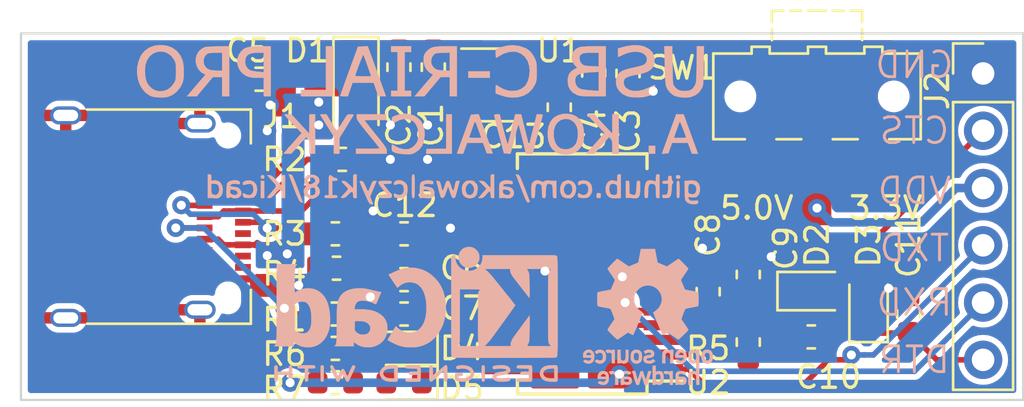
<source format=kicad_pcb>
(kicad_pcb (version 20171130) (host pcbnew "(5.1.0)-1")
  (layers (0 F.Cu signal) (31 B.Cu signal) (34 B.Paste user) (35 F.Paste user) (36 B.SilkS user) (37 F.SilkS user) (38 B.Mask user) (39 F.Mask user hide) (44 Edge.Cuts user))
  (net 0 "")
  (net 1 GND)
  (net 2 VBUS)
  (net 3 "Net-(C3-Pad1)")
  (net 4 Earth)
  (net 5 VDD)
  (net 6 /DTR)
  (net 7 /VCCD)
  (net 8 "Net-(D4-Pad2)")
  (net 9 /RXLED)
  (net 10 /TXLED)
  (net 11 "Net-(D5-Pad2)")
  (net 12 /CC1)
  (net 13 /USB_DP)
  (net 14 /USB_DM)
  (net 15 "Net-(J1-PadA8)")
  (net 16 /CC2)
  (net 17 "Net-(J1-PadB8)")
  (net 18 /CTS)
  (net 19 /TXD)
  (net 20 /RXD)
  (net 21 /~RESET)
  (net 22 /RTS)
  (net 23 "Net-(U2-Pad6)")
  (net 24 "Net-(U2-Pad8)")
  (net 25 "Net-(U2-Pad9)")
  (net 26 "Net-(U2-Pad10)")
  (net 27 "Net-(U2-Pad12)")
  (net 28 "Net-(U2-Pad13)")
  (net 29 "Net-(U2-Pad14)")
  (net 30 "Net-(U2-Pad24)")
  (net 31 "Net-(U2-Pad25)")
  (net 32 "Net-(U2-Pad26)")
  (net 33 "Net-(U2-Pad27)")
  (net 34 "Net-(U2-Pad28)")
  (net 35 "Net-(C13-Pad1)")
  (module logo:logo (layer B.Cu) (at 101.346 61.722 180)
    (fp_text reference G*** hide)
    (fp_text value LOGO hide)
  )
  (module Symbol:KiCad-Logo2_5mm_SilkScreen (layer B.Cu) (at 101.6 68.072 180)
    (fp_text reference REF** hide)
    (fp_text value KiCad-Logo2_5mm_SilkScreen hide)
  )
  (module Symbol:OSHW-Logo_5.7x6mm_SilkScreen (layer B.Cu) (at 111.887 68.199 180)
    (fp_text reference REF** hide)
    (fp_text value OSHW-Logo_5.7x6mm_SilkScreen hide)
  )
  (module Capacitor_SMD:C_0603_1608Metric (layer F.Cu) (at 100.838 57.1245 270)
    (fp_text reference C1 (at 2.5655 -1.43 270) (layer F.SilkS))
    (fp_text value 10u)
    (pad 2 smd roundrect (at 0.7875 0 270) (size 0.875 0.95) (layers F.Cu F.Paste F.Mask) (net 1 GND))
    (pad 1 smd roundrect (at -0.7875 0 270) (size 0.875 0.95) (layers F.Cu F.Paste F.Mask) (net 2 VBUS))
  )
  (module Capacitor_SMD:C_0603_1608Metric (layer F.Cu) (at 102.362 57.1245 270)
    (fp_text reference C2 (at 2.5655 1.524 270) (layer F.SilkS))
    (fp_text value 1u)
    (pad 2 smd roundrect (at 0.7875 0 270) (size 0.875 0.95) (layers F.Cu F.Paste F.Mask) (net 1 GND))
    (pad 1 smd roundrect (at -0.7875 0 270) (size 0.875 0.95) (layers F.Cu F.Paste F.Mask) (net 2 VBUS))
  )
  (module Capacitor_SMD:C_0603_1608Metric (layer F.Cu) (at 110.998 57.404 270)
    (fp_text reference C3 (at 2.54 0 270) (layer F.SilkS))
    (fp_text value 10u)
    (pad 1 smd roundrect (at -0.7875 0 270) (size 0.875 0.95) (layers F.Cu F.Paste F.Mask) (net 3 "Net-(C3-Pad1)"))
    (pad 2 smd roundrect (at 0.7875 0 270) (size 0.875 0.95) (layers F.Cu F.Paste F.Mask) (net 1 GND))
  )
  (module Capacitor_SMD:C_0603_1608Metric (layer F.Cu) (at 109.474 57.3785 270)
    (fp_text reference C4 (at 2.5655 0 270) (layer F.SilkS))
    (fp_text value 1u)
    (pad 1 smd roundrect (at -0.7875 0 270) (size 0.875 0.95) (layers F.Cu F.Paste F.Mask) (net 3 "Net-(C3-Pad1)"))
    (pad 2 smd roundrect (at 0.7875 0 270) (size 0.875 0.95) (layers F.Cu F.Paste F.Mask) (net 1 GND))
  )
  (module Capacitor_SMD:C_0603_1608Metric (layer F.Cu) (at 94.6405 57.658 180)
    (fp_text reference C5 (at 0.508 1.27 180) (layer F.SilkS))
    (fp_text value 0.1u)
    (pad 1 smd roundrect (at -0.7875 0 180) (size 0.875 0.95) (layers F.Cu F.Paste F.Mask) (net 1 GND))
    (pad 2 smd roundrect (at 0.7875 0 180) (size 0.875 0.95) (layers F.Cu F.Paste F.Mask) (net 4 Earth))
  )
  (module Capacitor_SMD:C_0603_1608Metric (layer F.Cu) (at 101.0665 66.548 180)
    (fp_text reference C6 (at -2.5655 0.508) (layer F.SilkS))
    (fp_text value 1u)
    (pad 1 smd roundrect (at -0.7875 0 180) (size 0.875 0.95) (layers F.Cu F.Paste F.Mask) (net 2 VBUS))
    (pad 2 smd roundrect (at 0.7875 0 180) (size 0.875 0.95) (layers F.Cu F.Paste F.Mask) (net 1 GND))
  )
  (module Capacitor_SMD:C_0603_1608Metric (layer F.Cu) (at 101.0665 68.072 180)
    (fp_text reference C7 (at -2.5655 0.254) (layer F.SilkS))
    (fp_text value 0.1u)
    (pad 1 smd roundrect (at -0.7875 0 180) (size 0.875 0.95) (layers F.Cu F.Paste F.Mask) (net 2 VBUS))
    (pad 2 smd roundrect (at 0.7875 0 180) (size 0.875 0.95) (layers F.Cu F.Paste F.Mask) (net 1 GND))
  )
  (module Capacitor_SMD:C_0603_1608Metric (layer F.Cu) (at 114.554 67.0815 90)
    (fp_text reference C8 (at 2.5145 0 90) (layer F.SilkS))
    (fp_text value 0.1u)
    (pad 2 smd roundrect (at 0.7875 0 90) (size 0.875 0.95) (layers F.Cu F.Paste F.Mask) (net 1 GND))
    (pad 1 smd roundrect (at -0.7875 0 90) (size 0.875 0.95) (layers F.Cu F.Paste F.Mask) (net 5 VDD))
  )
  (module Capacitor_SMD:C_0603_1608Metric (layer F.Cu) (at 116.332 66.3195 90)
    (fp_text reference C9 (at 1.1685 1.651 90) (layer F.SilkS))
    (fp_text value 1u)
    (pad 2 smd roundrect (at 0.7875 0 90) (size 0.875 0.95) (layers F.Cu F.Paste F.Mask) (net 1 GND))
    (pad 1 smd roundrect (at -0.7875 0 90) (size 0.875 0.95) (layers F.Cu F.Paste F.Mask) (net 5 VDD))
  )
  (module Capacitor_SMD:C_0603_1608Metric (layer F.Cu) (at 119.126 69.088)
    (fp_text reference C10 (at 0.762 1.778) (layer F.SilkS))
    (fp_text value 10p)
    (pad 2 smd roundrect (at 0.7875 0) (size 0.875 0.95) (layers F.Cu F.Paste F.Mask) (net 6 /DTR))
    (pad 1 smd roundrect (at -0.7875 0) (size 0.875 0.95) (layers F.Cu F.Paste F.Mask) (net 5 VDD))
  )
  (module Capacitor_SMD:C_0603_1608Metric (layer F.Cu) (at 123.444 68.072 90)
    (fp_text reference C11 (at 3.048 0 90) (layer F.SilkS))
    (fp_text value 10p)
    (pad 1 smd roundrect (at -0.7875 0 90) (size 0.875 0.95) (layers F.Cu F.Paste F.Mask) (net 6 /DTR))
    (pad 2 smd roundrect (at 0.7875 0 90) (size 0.875 0.95) (layers F.Cu F.Paste F.Mask) (net 1 GND))
  )
  (module Capacitor_SMD:C_0603_1608Metric (layer F.Cu) (at 101.0665 64.516 180)
    (fp_text reference C12 (at -0.0255 1.27) (layer F.SilkS))
    (fp_text value 1u)
    (pad 2 smd roundrect (at 0.7875 0 180) (size 0.875 0.95) (layers F.Cu F.Paste F.Mask) (net 1 GND))
    (pad 1 smd roundrect (at -0.7875 0 180) (size 0.875 0.95) (layers F.Cu F.Paste F.Mask) (net 7 /VCCD))
  )
  (module Diode_SMD:D_SOD-123 (layer F.Cu) (at 98.933 58.038 270)
    (fp_text reference D1 (at -1.65 2.159) (layer F.SilkS))
    (fp_text value MMSZ5232B-7-F)
    (pad 1 smd rect (at -1.65 0 270) (size 0.9 1.2) (layers F.Cu F.Paste F.Mask) (net 2 VBUS))
    (pad 2 smd rect (at 1.65 0 270) (size 0.9 1.2) (layers F.Cu F.Paste F.Mask) (net 1 GND))
  )
  (module Diode_SMD:D_SOD-323F (layer F.Cu) (at 119.126 67.056)
    (fp_text reference D2 (at 0.254 -2.032 90) (layer F.SilkS))
    (fp_text value PMEG4005EJ)
    (pad 2 smd rect (at 1.1 0) (size 0.5 0.5) (layers F.Cu F.Paste F.Mask) (net 6 /DTR))
    (pad 1 smd rect (at -1.1 0) (size 0.5 0.5) (layers F.Cu F.Paste F.Mask) (net 5 VDD))
  )
  (module Diode_SMD:D_SOD-323F (layer F.Cu) (at 121.666 67.818 90)
    (fp_text reference D3 (at 2.794 0 90) (layer F.SilkS))
    (fp_text value PMEG4005EJ)
    (pad 1 smd rect (at -1.1 0 90) (size 0.5 0.5) (layers F.Cu F.Paste F.Mask) (net 6 /DTR))
    (pad 2 smd rect (at 1.1 0 90) (size 0.5 0.5) (layers F.Cu F.Paste F.Mask) (net 1 GND))
  )
  (module LED_SMD:LED_0603_1608Metric (layer F.Cu) (at 101.0665 69.596 180)
    (fp_text reference D4 (at -2.5655 0) (layer F.SilkS))
    (fp_text value LED_GREEN)
    (pad 2 smd roundrect (at 0.7875 0 180) (size 0.875 0.95) (layers F.Cu F.Paste F.Mask) (net 8 "Net-(D4-Pad2)"))
    (pad 1 smd roundrect (at -0.7875 0 180) (size 0.875 0.95) (layers F.Cu F.Paste F.Mask) (net 9 /RXLED))
  )
  (module LED_SMD:LED_0603_1608Metric (layer F.Cu) (at 101.0665 71.12 180)
    (fp_text reference D5 (at -2.5655 -0.254) (layer F.SilkS))
    (fp_text value LED_RED)
    (pad 1 smd roundrect (at -0.7875 0 180) (size 0.875 0.95) (layers F.Cu F.Paste F.Mask) (net 10 /TXLED))
    (pad 2 smd roundrect (at 0.7875 0 180) (size 0.875 0.95) (layers F.Cu F.Paste F.Mask) (net 11 "Net-(D5-Pad2)"))
  )
  (module Connector_USB:USB_C_Receptacle_Amphenol_12401610E4-2A (layer F.Cu) (at 88.9 63.754 270)
    (fp_text reference J1 (at -4.445 -6.731) (layer F.SilkS))
    (fp_text value USB_C_Receptacle_USB2.0)
    (pad S1 thru_hole oval (at -4.13 -3.11 270) (size 0.8 1.4) (drill oval 0.5 1.1) (layers *.Cu *.Mask) (net 4 Earth))
    (pad A1 smd rect (at -2.75 -5.02 270) (size 0.3 0.7) (layers F.Cu F.Paste F.Mask) (net 1 GND))
    (pad A2 smd rect (at -2.25 -5.02 270) (size 0.3 0.7) (layers F.Cu F.Paste F.Mask))
    (pad A3 smd rect (at -1.75 -5.02 270) (size 0.3 0.7) (layers F.Cu F.Paste F.Mask))
    (pad A4 smd rect (at -1.25 -5.02 270) (size 0.3 0.7) (layers F.Cu F.Paste F.Mask) (net 2 VBUS))
    (pad A5 smd rect (at -0.75 -5.02 270) (size 0.3 0.7) (layers F.Cu F.Paste F.Mask) (net 12 /CC1))
    (pad A6 smd rect (at -0.25 -5.02 270) (size 0.3 0.7) (layers F.Cu F.Paste F.Mask) (net 13 /USB_DP))
    (pad A7 smd rect (at 0.25 -5.02 270) (size 0.3 0.7) (layers F.Cu F.Paste F.Mask) (net 14 /USB_DM))
    (pad A12 smd rect (at 2.75 -5.02 270) (size 0.3 0.7) (layers F.Cu F.Paste F.Mask) (net 1 GND))
    (pad A10 smd rect (at 1.75 -5.02 270) (size 0.3 0.7) (layers F.Cu F.Paste F.Mask))
    (pad A9 smd rect (at 1.25 -5.02 270) (size 0.3 0.7) (layers F.Cu F.Paste F.Mask) (net 2 VBUS))
    (pad A8 smd rect (at 0.75 -5.02 270) (size 0.3 0.7) (layers F.Cu F.Paste F.Mask) (net 15 "Net-(J1-PadA8)"))
    (pad A11 smd rect (at 2.25 -5.02 270) (size 0.3 0.7) (layers F.Cu F.Paste F.Mask))
    (pad B1 smd rect (at 2.5 -3.32 270) (size 0.3 0.7) (layers F.Cu F.Paste F.Mask) (net 1 GND))
    (pad S1 thru_hole oval (at 4.13 -3.11 270) (size 0.8 1.4) (drill oval 0.5 1.1) (layers *.Cu *.Mask) (net 4 Earth))
    (pad S1 thru_hole oval (at 4.49 2.84 270) (size 0.8 1.4) (drill oval 0.5 1.1) (layers *.Cu *.Mask) (net 4 Earth))
    (pad S1 thru_hole oval (at -4.49 2.84 270) (size 0.8 1.4) (drill oval 0.5 1.1) (layers *.Cu *.Mask) (net 4 Earth))
    (pad "" np_thru_hole oval (at 3.6 -4.36 270) (size 0.95 0.65) (drill oval 0.95 0.65) (layers *.Cu *.Mask))
    (pad "" np_thru_hole circle (at -3.6 -4.36 270) (size 0.65 0.65) (drill 0.65) (layers *.Cu *.Mask))
    (pad B2 smd rect (at 2 -3.32 270) (size 0.3 0.7) (layers F.Cu F.Paste F.Mask))
    (pad B3 smd rect (at 1.5 -3.32 270) (size 0.3 0.7) (layers F.Cu F.Paste F.Mask))
    (pad B4 smd rect (at 1 -3.32 270) (size 0.3 0.7) (layers F.Cu F.Paste F.Mask) (net 2 VBUS))
    (pad B5 smd rect (at 0.5 -3.32 270) (size 0.3 0.7) (layers F.Cu F.Paste F.Mask) (net 16 /CC2))
    (pad B6 smd rect (at 0 -3.32 270) (size 0.3 0.7) (layers F.Cu F.Paste F.Mask) (net 13 /USB_DP))
    (pad B7 smd rect (at -0.5 -3.32 270) (size 0.3 0.7) (layers F.Cu F.Paste F.Mask) (net 14 /USB_DM))
    (pad B8 smd rect (at -1 -3.32 270) (size 0.3 0.7) (layers F.Cu F.Paste F.Mask) (net 17 "Net-(J1-PadB8)"))
    (pad B9 smd rect (at -1.5 -3.32 270) (size 0.3 0.7) (layers F.Cu F.Paste F.Mask) (net 2 VBUS))
    (pad B10 smd rect (at -2 -3.32 270) (size 0.3 0.7) (layers F.Cu F.Paste F.Mask))
    (pad B11 smd rect (at -2.5 -3.32 270) (size 0.3 0.7) (layers F.Cu F.Paste F.Mask))
    (pad B12 smd rect (at -3 -3.32 270) (size 0.3 0.7) (layers F.Cu F.Paste F.Mask) (net 1 GND))
  )
  (module Connector_PinHeader_2.54mm:PinHeader_1x06_P2.54mm_Vertical (layer F.Cu) (at 126.746 57.404)
    (fp_text reference J2 (at -2.032 0.762 270) (layer F.SilkS))
    (fp_text value Conn_01x06)
    (pad 1 thru_hole rect (at 0 0) (size 1.7 1.7) (drill 1) (layers *.Cu *.Mask) (net 1 GND))
    (pad 2 thru_hole oval (at 0 2.54) (size 1.7 1.7) (drill 1) (layers *.Cu *.Mask) (net 18 /CTS))
    (pad 3 thru_hole oval (at 0 5.08) (size 1.7 1.7) (drill 1) (layers *.Cu *.Mask) (net 5 VDD))
    (pad 4 thru_hole oval (at 0 7.62) (size 1.7 1.7) (drill 1) (layers *.Cu *.Mask) (net 19 /TXD))
    (pad 5 thru_hole oval (at 0 10.16) (size 1.7 1.7) (drill 1) (layers *.Cu *.Mask) (net 20 /RXD))
    (pad 6 thru_hole oval (at 0 12.7) (size 1.7 1.7) (drill 1) (layers *.Cu *.Mask) (net 6 /DTR))
  )
  (module Resistor_SMD:R_0603_1608Metric (layer F.Cu) (at 98.0185 68.072)
    (fp_text reference R1 (at -2.2605 0.254) (layer F.SilkS))
    (fp_text value 5.1K)
    (pad 1 smd roundrect (at -0.7875 0) (size 0.875 0.95) (layers F.Cu F.Paste F.Mask) (net 16 /CC2))
    (pad 2 smd roundrect (at 0.7875 0) (size 0.875 0.95) (layers F.Cu F.Paste F.Mask) (net 1 GND))
  )
  (module Resistor_SMD:R_0603_1608Metric (layer F.Cu) (at 98.3235 61.214)
    (fp_text reference R2 (at -2.5655 0) (layer F.SilkS))
    (fp_text value 5.1K)
    (pad 2 smd roundrect (at 0.7875 0) (size 0.875 0.95) (layers F.Cu F.Paste F.Mask) (net 1 GND))
    (pad 1 smd roundrect (at -0.7875 0) (size 0.875 0.95) (layers F.Cu F.Paste F.Mask) (net 12 /CC1))
  )
  (module Resistor_SMD:R_0603_1608Metric (layer F.Cu) (at 98.0185 64.516)
    (fp_text reference R3 (at -2.2605 0) (layer F.SilkS))
    (fp_text value 4.7K)
    (pad 2 smd roundrect (at 0.7875 0) (size 0.875 0.95) (layers F.Cu F.Paste F.Mask) (net 21 /~RESET))
    (pad 1 smd roundrect (at -0.7875 0) (size 0.875 0.95) (layers F.Cu F.Paste F.Mask) (net 2 VBUS))
  )
  (module Resistor_SMD:R_0603_1608Metric (layer F.Cu) (at 98.0695 66.04 180)
    (fp_text reference R4 (at 2.3115 -0.254) (layer F.SilkS))
    (fp_text value 10K)
    (pad 1 smd roundrect (at -0.7875 0 180) (size 0.875 0.95) (layers F.Cu F.Paste F.Mask) (net 21 /~RESET))
    (pad 2 smd roundrect (at 0.7875 0 180) (size 0.875 0.95) (layers F.Cu F.Paste F.Mask) (net 1 GND))
  )
  (module Resistor_SMD:R_0603_1608Metric (layer F.Cu) (at 116.332 69.3165 90)
    (fp_text reference R5 (at -0.2795 -1.778 180) (layer F.SilkS))
    (fp_text value NP)
    (pad 1 smd roundrect (at -0.7875 0 90) (size 0.875 0.95) (layers F.Cu F.Paste F.Mask) (net 6 /DTR))
    (pad 2 smd roundrect (at 0.7875 0 90) (size 0.875 0.95) (layers F.Cu F.Paste F.Mask) (net 22 /RTS))
  )
  (module Resistor_SMD:R_0603_1608Metric (layer F.Cu) (at 98.0185 69.596)
    (fp_text reference R6 (at -2.2605 0.254) (layer F.SilkS))
    (fp_text value 470)
    (pad 2 smd roundrect (at 0.7875 0) (size 0.875 0.95) (layers F.Cu F.Paste F.Mask) (net 8 "Net-(D4-Pad2)"))
    (pad 1 smd roundrect (at -0.7875 0) (size 0.875 0.95) (layers F.Cu F.Paste F.Mask) (net 5 VDD))
  )
  (module Resistor_SMD:R_0603_1608Metric (layer F.Cu) (at 98.0185 71.12)
    (fp_text reference R7 (at -2.2605 0.254) (layer F.SilkS))
    (fp_text value 470)
    (pad 1 smd roundrect (at -0.7875 0) (size 0.875 0.95) (layers F.Cu F.Paste F.Mask) (net 5 VDD))
    (pad 2 smd roundrect (at 0.7875 0) (size 0.875 0.95) (layers F.Cu F.Paste F.Mask) (net 11 "Net-(D5-Pad2)"))
  )
  (module Button_Switch_SMD:SW_SPDT_CK-JS102011SAQN (layer F.Cu) (at 119.38 58.42 180)
    (fp_text reference SW1 (at 5.969 1.27 180) (layer F.SilkS))
    (fp_text value SW_SPDT)
    (pad 1 smd rect (at -2.5 -2.75 180) (size 1.25 2.5) (layers F.Cu F.Paste F.Mask) (net 3 "Net-(C3-Pad1)"))
    (pad 2 smd rect (at 0 -2.75 180) (size 1.25 2.5) (layers F.Cu F.Paste F.Mask) (net 5 VDD))
    (pad 3 smd rect (at 2.5 -2.75 180) (size 1.25 2.5) (layers F.Cu F.Paste F.Mask) (net 2 VBUS))
    (pad "" np_thru_hole circle (at -3.4 0 180) (size 0.9 0.9) (drill 0.9) (layers *.Cu *.Mask))
    (pad "" np_thru_hole circle (at 3.4 0 180) (size 0.9 0.9) (drill 0.9) (layers *.Cu *.Mask))
  )
  (module Package_SO:SSOP-28_5.3x10.2mm_P0.65mm (layer F.Cu) (at 108.966 66.294 180)
    (fp_text reference U2 (at -5.588 -4.826 180) (layer F.SilkS))
    (fp_text value CY7C65213-28PVXI)
    (pad 1 smd rect (at -3.6 -4.225 180) (size 1.75 0.45) (layers F.Cu F.Paste F.Mask) (net 19 /TXD))
    (pad 2 smd rect (at -3.6 -3.575 180) (size 1.75 0.45) (layers F.Cu F.Paste F.Mask) (net 6 /DTR))
    (pad 3 smd rect (at -3.6 -2.925 180) (size 1.75 0.45) (layers F.Cu F.Paste F.Mask) (net 22 /RTS))
    (pad 4 smd rect (at -3.6 -2.275 180) (size 1.75 0.45) (layers F.Cu F.Paste F.Mask) (net 5 VDD))
    (pad 5 smd rect (at -3.6 -1.625 180) (size 1.75 0.45) (layers F.Cu F.Paste F.Mask) (net 20 /RXD))
    (pad 6 smd rect (at -3.6 -0.975 180) (size 1.75 0.45) (layers F.Cu F.Paste F.Mask) (net 23 "Net-(U2-Pad6)"))
    (pad 7 smd rect (at -3.6 -0.325 180) (size 1.75 0.45) (layers F.Cu F.Paste F.Mask) (net 1 GND))
    (pad 8 smd rect (at -3.6 0.325 180) (size 1.75 0.45) (layers F.Cu F.Paste F.Mask) (net 24 "Net-(U2-Pad8)"))
    (pad 9 smd rect (at -3.6 0.975 180) (size 1.75 0.45) (layers F.Cu F.Paste F.Mask) (net 25 "Net-(U2-Pad9)"))
    (pad 10 smd rect (at -3.6 1.625 180) (size 1.75 0.45) (layers F.Cu F.Paste F.Mask) (net 26 "Net-(U2-Pad10)"))
    (pad 11 smd rect (at -3.6 2.275 180) (size 1.75 0.45) (layers F.Cu F.Paste F.Mask) (net 18 /CTS))
    (pad 12 smd rect (at -3.6 2.925 180) (size 1.75 0.45) (layers F.Cu F.Paste F.Mask) (net 27 "Net-(U2-Pad12)"))
    (pad 13 smd rect (at -3.6 3.575 180) (size 1.75 0.45) (layers F.Cu F.Paste F.Mask) (net 28 "Net-(U2-Pad13)"))
    (pad 14 smd rect (at -3.6 4.225 180) (size 1.75 0.45) (layers F.Cu F.Paste F.Mask) (net 29 "Net-(U2-Pad14)"))
    (pad 15 smd rect (at 3.6 4.225 180) (size 1.75 0.45) (layers F.Cu F.Paste F.Mask) (net 13 /USB_DP))
    (pad 16 smd rect (at 3.6 3.575 180) (size 1.75 0.45) (layers F.Cu F.Paste F.Mask) (net 14 /USB_DM))
    (pad 17 smd rect (at 3.6 2.925 180) (size 1.75 0.45) (layers F.Cu F.Paste F.Mask) (net 7 /VCCD))
    (pad 18 smd rect (at 3.6 2.275 180) (size 1.75 0.45) (layers F.Cu F.Paste F.Mask) (net 1 GND))
    (pad 19 smd rect (at 3.6 1.625 180) (size 1.75 0.45) (layers F.Cu F.Paste F.Mask) (net 21 /~RESET))
    (pad 20 smd rect (at 3.6 0.975 180) (size 1.75 0.45) (layers F.Cu F.Paste F.Mask) (net 2 VBUS))
    (pad 21 smd rect (at 3.6 0.325 180) (size 1.75 0.45) (layers F.Cu F.Paste F.Mask) (net 1 GND))
    (pad 22 smd rect (at 3.6 -0.325 180) (size 1.75 0.45) (layers F.Cu F.Paste F.Mask) (net 9 /RXLED))
    (pad 23 smd rect (at 3.6 -0.975 180) (size 1.75 0.45) (layers F.Cu F.Paste F.Mask) (net 10 /TXLED))
    (pad 24 smd rect (at 3.6 -1.625 180) (size 1.75 0.45) (layers F.Cu F.Paste F.Mask) (net 30 "Net-(U2-Pad24)"))
    (pad 25 smd rect (at 3.6 -2.275 180) (size 1.75 0.45) (layers F.Cu F.Paste F.Mask) (net 31 "Net-(U2-Pad25)"))
    (pad 26 smd rect (at 3.6 -2.925 180) (size 1.75 0.45) (layers F.Cu F.Paste F.Mask) (net 32 "Net-(U2-Pad26)"))
    (pad 27 smd rect (at 3.6 -3.575 180) (size 1.75 0.45) (layers F.Cu F.Paste F.Mask) (net 33 "Net-(U2-Pad27)"))
    (pad 28 smd rect (at 3.6 -4.225 180) (size 1.75 0.45) (layers F.Cu F.Paste F.Mask) (net 34 "Net-(U2-Pad28)"))
  )
  (module Capacitor_SMD:C_0603_1608Metric (layer F.Cu) (at 107.95 58.9025 90)
    (fp_text reference C13 (at -1.2955 -2.032 180) (layer F.SilkS))
    (fp_text value 0.01u)
    (pad 1 smd roundrect (at -0.7875 0 90) (size 0.875 0.95) (layers F.Cu F.Paste F.Mask) (net 35 "Net-(C13-Pad1)"))
    (pad 2 smd roundrect (at 0.7875 0 90) (size 0.875 0.95) (layers F.Cu F.Paste F.Mask) (net 1 GND))
  )
  (module Package_TO_SOT_SMD:SOT-23-5 (layer F.Cu) (at 105.156 57.912)
    (fp_text reference U1 (at 2.794 -1.524) (layer F.SilkS))
    (fp_text value SPX3819M5-L-3-3)
    (pad 1 smd rect (at -1.1 -0.95) (size 1.06 0.65) (layers F.Cu F.Paste F.Mask) (net 2 VBUS))
    (pad 2 smd rect (at -1.1 0) (size 1.06 0.65) (layers F.Cu F.Paste F.Mask) (net 1 GND))
    (pad 3 smd rect (at -1.1 0.95) (size 1.06 0.65) (layers F.Cu F.Paste F.Mask) (net 2 VBUS))
    (pad 4 smd rect (at 1.1 0.95) (size 1.06 0.65) (layers F.Cu F.Paste F.Mask) (net 35 "Net-(C13-Pad1)"))
    (pad 5 smd rect (at 1.1 -0.95) (size 1.06 0.65) (layers F.Cu F.Paste F.Mask) (net 3 "Net-(C3-Pad1)"))
  )
  (gr_text 3.3V (at 122.428 63.373) (layer F.SilkS) (effects (font (size 1 1))))
  (gr_text 5.0V (at 116.713 63.373) (layer F.SilkS) (effects (font (size 1 1))))
  (gr_text DTR (at 123.698 70.104) (layer B.SilkS) (effects (font (size 1.143 1.143) (thickness 0.127)) (justify mirror)))
  (gr_text RXD (at 123.698 67.564) (layer B.SilkS) (effects (font (size 1.143 1.143) (thickness 0.127)) (justify mirror)))
  (gr_text TXD (at 123.698 65.151) (layer B.SilkS) (effects (font (size 1.143 1.143) (thickness 0.127)) (justify mirror)))
  (gr_text VDD (at 123.698 62.611) (layer B.SilkS) (effects (font (size 1.143 1.143) (thickness 0.127)) (justify mirror)))
  (gr_text CTS (at 123.698 59.944) (layer B.SilkS) (effects (font (size 1.143 1.143) (thickness 0.127)) (justify mirror)))
  (gr_text GND (at 123.698 57.023) (layer B.SilkS) (effects (font (size 1.143 1.143) (thickness 0.127)) (justify mirror)))
  (gr_line (start 128.524 71.882) (end 128.524 55.626) (layer Edge.Cuts) (width 0.1))
  (gr_line (start 84.074 71.882) (end 128.524 71.882) (layer Edge.Cuts) (width 0.1))
  (gr_line (start 84.074 55.626) (end 84.074 71.882) (layer Edge.Cuts) (width 0.1))
  (gr_line (start 128.524 55.626) (end 84.074 55.626) (layer Edge.Cuts) (width 0.1))
  (segment (start 114.229 66.619) (end 114.554 66.294) (width 0.381) (layer F.Cu) (net 1))
  (segment (start 112.566 66.619) (end 114.229 66.619) (width 0.381) (layer F.Cu) (net 1))
  (segment (start 114.554 66.294) (end 115.316 65.532) (width 0.381) (layer F.Cu) (net 1))
  (segment (start 115.316 65.532) (end 116.332 65.532) (width 0.381) (layer F.Cu) (net 1))
  (segment (start 93.316 61.004) (end 93.92 61.004) (width 0.254) (layer F.Cu) (net 1))
  (segment (start 93.074 61.004) (end 93.316 61.004) (width 0.254) (layer F.Cu) (net 1))
  (segment (start 92.824 60.754) (end 93.074 61.004) (width 0.254) (layer F.Cu) (net 1))
  (segment (start 92.22 60.754) (end 92.824 60.754) (width 0.254) (layer F.Cu) (net 1))
  (segment (start 93.074 66.504) (end 93.92 66.504) (width 0.254) (layer F.Cu) (net 1))
  (segment (start 92.22 66.254) (end 92.824 66.254) (width 0.254) (layer F.Cu) (net 1))
  (segment (start 92.824 66.254) (end 93.074 66.504) (width 0.254) (layer F.Cu) (net 1))
  (segment (start 111.31 66.619) (end 111.112 66.421) (width 0.381) (layer F.Cu) (net 1))
  (segment (start 112.566 66.619) (end 111.31 66.619) (width 0.381) (layer F.Cu) (net 1))
  (via (at 110.744 66.421) (size 0.8) (drill 0.4) (layers F.Cu B.Cu) (net 1))
  (segment (start 111.112 66.421) (end 110.744 66.421) (width 0.381) (layer F.Cu) (net 1))
  (segment (start 106.622 65.969) (end 106.82 66.167) (width 0.381) (layer F.Cu) (net 1))
  (segment (start 105.366 65.969) (end 106.622 65.969) (width 0.381) (layer F.Cu) (net 1))
  (via (at 107.315 66.167) (size 0.8) (drill 0.4) (layers F.Cu B.Cu) (net 1))
  (segment (start 106.82 66.167) (end 107.315 66.167) (width 0.381) (layer F.Cu) (net 1))
  (segment (start 100.279 63.941) (end 99.838 63.5) (width 0.25) (layer F.Cu) (net 1))
  (segment (start 100.279 64.516) (end 100.279 63.941) (width 0.25) (layer F.Cu) (net 1))
  (via (at 99.695 63.5) (size 0.8) (drill 0.4) (layers F.Cu B.Cu) (net 1))
  (segment (start 99.838 63.5) (end 99.695 63.5) (width 0.25) (layer F.Cu) (net 1))
  (segment (start 98.806 68.072) (end 99.568 67.31) (width 0.25) (layer F.Cu) (net 1))
  (via (at 99.568 67.31) (size 0.8) (drill 0.4) (layers F.Cu B.Cu) (net 1))
  (segment (start 97.282 66.04) (end 97.282 66.675) (width 0.25) (layer F.Cu) (net 1))
  (via (at 96.393 66.802) (size 0.8) (drill 0.4) (layers F.Cu B.Cu) (net 1))
  (segment (start 97.282 66.675) (end 96.52 66.675) (width 0.25) (layer F.Cu) (net 1))
  (segment (start 96.52 66.675) (end 96.393 66.802) (width 0.25) (layer F.Cu) (net 1))
  (segment (start 99.111 61.214) (end 100.457 61.214) (width 0.25) (layer F.Cu) (net 1))
  (via (at 100.457 61.214) (size 0.8) (drill 0.4) (layers F.Cu B.Cu) (net 1))
  (segment (start 99.783 59.688) (end 99.785 59.69) (width 0.25) (layer F.Cu) (net 1))
  (segment (start 98.933 59.688) (end 99.783 59.688) (width 0.25) (layer F.Cu) (net 1))
  (via (at 100.457 59.69) (size 0.8) (drill 0.4) (layers F.Cu B.Cu) (net 1))
  (segment (start 99.785 59.69) (end 100.457 59.69) (width 0.25) (layer F.Cu) (net 1))
  (via (at 102.108 59.69) (size 0.8) (drill 0.4) (layers F.Cu B.Cu) (net 1))
  (segment (start 102.108 59.69) (end 102.108 60.255685) (width 0.25) (layer F.Cu) (net 1))
  (via (at 102.108 61.214) (size 0.8) (drill 0.4) (layers F.Cu B.Cu) (net 1))
  (segment (start 102.108 60.255685) (end 102.108 61.214) (width 0.25) (layer F.Cu) (net 1))
  (segment (start 110.998 58.1915) (end 112.1155 58.1915) (width 0.25) (layer F.Cu) (net 1))
  (via (at 112.1155 58.1915) (size 0.8) (drill 0.4) (layers F.Cu B.Cu) (net 1))
  (segment (start 95.428 58.233) (end 95.377 58.284) (width 0.25) (layer F.Cu) (net 1))
  (segment (start 95.428 57.658) (end 95.428 58.233) (width 0.25) (layer F.Cu) (net 1))
  (via (at 95.123 58.801) (size 0.8) (drill 0.4) (layers F.Cu B.Cu) (net 1))
  (segment (start 95.377 58.284) (end 95.377 58.547) (width 0.25) (layer F.Cu) (net 1))
  (segment (start 95.377 58.547) (end 95.123 58.801) (width 0.25) (layer F.Cu) (net 1))
  (segment (start 95.123 58.801) (end 95.123 59.817) (width 0.25) (layer F.Cu) (net 1))
  (via (at 94.996 59.944) (size 0.8) (drill 0.4) (layers F.Cu B.Cu) (net 1))
  (segment (start 95.123 59.817) (end 94.996 59.944) (width 0.25) (layer F.Cu) (net 1))
  (segment (start 114.554 65.7565) (end 114.3 65.5025) (width 0.25) (layer F.Cu) (net 1))
  (segment (start 114.554 66.294) (end 114.554 65.7565) (width 0.25) (layer F.Cu) (net 1))
  (via (at 114.3 65.151) (size 0.8) (drill 0.4) (layers F.Cu B.Cu) (net 1))
  (segment (start 114.3 65.5025) (end 114.3 65.151) (width 0.25) (layer F.Cu) (net 1))
  (via (at 117.348 65.532) (size 0.8) (drill 0.4) (layers F.Cu B.Cu) (net 1))
  (segment (start 116.332 65.532) (end 117.348 65.532) (width 0.25) (layer F.Cu) (net 1))
  (via (at 122.555 66.929) (size 0.8) (drill 0.4) (layers F.Cu B.Cu) (net 1))
  (segment (start 123.444 67.2845) (end 122.9105 67.2845) (width 0.25) (layer F.Cu) (net 1))
  (segment (start 122.9105 67.2845) (end 122.555 66.929) (width 0.25) (layer F.Cu) (net 1))
  (segment (start 122.344 66.718) (end 122.555 66.929) (width 0.25) (layer F.Cu) (net 1))
  (segment (start 121.666 66.718) (end 122.344 66.718) (width 0.25) (layer F.Cu) (net 1))
  (segment (start 104.241 64.019) (end 104.125 64.135) (width 0.25) (layer F.Cu) (net 1))
  (segment (start 105.366 64.019) (end 104.241 64.019) (width 0.25) (layer F.Cu) (net 1))
  (via (at 103.124 64.262) (size 0.8) (drill 0.4) (layers F.Cu B.Cu) (net 1))
  (segment (start 104.125 64.135) (end 103.251 64.135) (width 0.25) (layer F.Cu) (net 1))
  (segment (start 103.251 64.135) (end 103.124 64.262) (width 0.25) (layer F.Cu) (net 1))
  (segment (start 93.92 61.004) (end 94.952 61.004) (width 0.25) (layer F.Cu) (net 1))
  (segment (start 94.996 60.96) (end 94.996 59.944) (width 0.25) (layer F.Cu) (net 1))
  (segment (start 94.952 61.004) (end 94.996 60.96) (width 0.25) (layer F.Cu) (net 1))
  (segment (start 93.32 65.004) (end 93.92 65.004) (width 0.25) (layer F.Cu) (net 2))
  (segment (start 93.07 65.004) (end 93.32 65.004) (width 0.25) (layer F.Cu) (net 2))
  (segment (start 92.82 64.754) (end 93.07 65.004) (width 0.25) (layer F.Cu) (net 2))
  (segment (start 92.22 64.754) (end 92.82 64.754) (width 0.25) (layer F.Cu) (net 2))
  (segment (start 93.32 62.504) (end 93.92 62.504) (width 0.25) (layer F.Cu) (net 2))
  (segment (start 93.07 62.504) (end 93.32 62.504) (width 0.25) (layer F.Cu) (net 2))
  (segment (start 92.82 62.254) (end 93.07 62.504) (width 0.25) (layer F.Cu) (net 2))
  (segment (start 92.22 62.254) (end 92.82 62.254) (width 0.25) (layer F.Cu) (net 2))
  (segment (start 105.151 58.547) (end 105.151 57.277) (width 0.25) (layer F.Cu) (net 2))
  (segment (start 104.836 58.862) (end 105.151 58.547) (width 0.25) (layer F.Cu) (net 2))
  (segment (start 104.056 58.862) (end 104.836 58.862) (width 0.25) (layer F.Cu) (net 2))
  (segment (start 105.366 65.319) (end 103.845 65.319) (width 0.381) (layer F.Cu) (net 2))
  (segment (start 102.616 66.548) (end 101.854 66.548) (width 0.381) (layer F.Cu) (net 2))
  (segment (start 103.845 65.319) (end 102.616 66.548) (width 0.381) (layer F.Cu) (net 2))
  (segment (start 101.854 68.072) (end 101.854 66.548) (width 0.381) (layer F.Cu) (net 2))
  (segment (start 93.92 62.504) (end 94.722 62.504) (width 0.254) (layer F.Cu) (net 2))
  (segment (start 94.722 62.504) (end 95.377 61.849) (width 0.254) (layer F.Cu) (net 2))
  (segment (start 105.151 57.146) (end 105.151 57.277) (width 0.381) (layer F.Cu) (net 2))
  (segment (start 104.967 56.962) (end 105.151 57.146) (width 0.381) (layer F.Cu) (net 2))
  (segment (start 104.056 56.962) (end 104.967 56.962) (width 0.381) (layer F.Cu) (net 2))
  (segment (start 104.967 58.862) (end 104.056 58.862) (width 0.381) (layer F.Cu) (net 2))
  (segment (start 105.151 58.678) (end 104.967 58.862) (width 0.381) (layer F.Cu) (net 2))
  (segment (start 105.151 57.146) (end 105.151 58.678) (width 0.381) (layer F.Cu) (net 2))
  (segment (start 106.622 65.319) (end 105.366 65.319) (width 0.381) (layer F.Cu) (net 2))
  (segment (start 105.151 59.431) (end 107.061 61.341) (width 0.381) (layer F.Cu) (net 2))
  (segment (start 105.151 58.678) (end 105.151 59.431) (width 0.381) (layer F.Cu) (net 2))
  (segment (start 107.061 61.341) (end 107.061 65.151) (width 0.381) (layer F.Cu) (net 2))
  (segment (start 107.061 65.151) (end 107.188 65.278) (width 0.381) (layer F.Cu) (net 2))
  (segment (start 107.188 65.278) (end 106.663 65.278) (width 0.381) (layer F.Cu) (net 2))
  (segment (start 106.663 65.278) (end 106.622 65.319) (width 0.381) (layer F.Cu) (net 2))
  (segment (start 93.92 65.004) (end 96.032 65.004) (width 0.25) (layer F.Cu) (net 2))
  (segment (start 96.032 65.004) (end 96.52 64.516) (width 0.25) (layer F.Cu) (net 2))
  (segment (start 96.52 64.516) (end 97.231 64.516) (width 0.25) (layer F.Cu) (net 2))
  (segment (start 94.52 65.004) (end 94.996 65.48) (width 0.25) (layer F.Cu) (net 2))
  (segment (start 93.92 65.004) (end 94.52 65.004) (width 0.25) (layer F.Cu) (net 2))
  (via (at 94.996 65.48) (size 0.8) (drill 0.4) (layers F.Cu B.Cu) (net 2))
  (segment (start 95.561685 65.48) (end 95.636685 65.405) (width 0.25) (layer F.Cu) (net 2))
  (segment (start 94.996 65.48) (end 95.561685 65.48) (width 0.25) (layer F.Cu) (net 2))
  (via (at 95.885 65.405) (size 0.8) (drill 0.4) (layers F.Cu B.Cu) (net 2))
  (segment (start 95.636685 65.405) (end 95.885 65.405) (width 0.25) (layer F.Cu) (net 2))
  (segment (start 98.083 56.388) (end 97.282 57.189) (width 0.25) (layer F.Cu) (net 2))
  (segment (start 98.933 56.388) (end 98.083 56.388) (width 0.25) (layer F.Cu) (net 2))
  (via (at 97.282 58.674) (size 0.8) (drill 0.4) (layers F.Cu B.Cu) (net 2))
  (segment (start 97.282 57.189) (end 97.282 58.674) (width 0.25) (layer F.Cu) (net 2))
  (segment (start 97.282 58.674) (end 97.282 59.239685) (width 0.25) (layer B.Cu) (net 2))
  (via (at 97.282 59.69) (size 0.8) (drill 0.4) (layers F.Cu B.Cu) (net 2))
  (segment (start 97.282 59.239685) (end 97.282 59.69) (width 0.25) (layer B.Cu) (net 2))
  (segment (start 113.854 68.569) (end 114.554 67.869) (width 0.381) (layer F.Cu) (net 5))
  (segment (start 112.566 68.569) (end 113.854 68.569) (width 0.381) (layer F.Cu) (net 5))
  (segment (start 118.3385 67.3685) (end 118.026 67.056) (width 0.381) (layer F.Cu) (net 5))
  (segment (start 118.3385 69.088) (end 118.3385 67.3685) (width 0.381) (layer F.Cu) (net 5))
  (segment (start 117.975 67.107) (end 118.026 67.056) (width 0.381) (layer F.Cu) (net 5))
  (segment (start 116.332 67.107) (end 117.975 67.107) (width 0.381) (layer F.Cu) (net 5))
  (segment (start 115.316 67.107) (end 116.332 67.107) (width 0.381) (layer F.Cu) (net 5))
  (segment (start 114.554 67.869) (end 115.316 67.107) (width 0.381) (layer F.Cu) (net 5))
  (segment (start 97.231 69.596) (end 97.231 71.12) (width 0.381) (layer F.Cu) (net 5))
  (segment (start 111.441 68.569) (end 111.43 68.58) (width 0.25) (layer F.Cu) (net 5))
  (segment (start 112.566 68.569) (end 111.441 68.569) (width 0.25) (layer F.Cu) (net 5))
  (segment (start 111.43 68.58) (end 110.617 68.58) (width 0.25) (layer F.Cu) (net 5))
  (segment (start 97.231 71.12) (end 96.012 71.12) (width 0.381) (layer F.Cu) (net 5))
  (via (at 96.012 71.12) (size 0.8) (drill 0.4) (layers F.Cu B.Cu) (net 5))
  (segment (start 96.012 71.12) (end 110.236 71.12) (width 0.381) (layer B.Cu) (net 5))
  (via (at 110.617 70.739) (size 0.8) (drill 0.4) (layers F.Cu B.Cu) (net 5))
  (segment (start 110.236 71.12) (end 110.617 70.739) (width 0.381) (layer B.Cu) (net 5))
  (segment (start 125.543919 62.484) (end 124.019919 64.008) (width 0.381) (layer B.Cu) (net 5))
  (segment (start 126.746 62.484) (end 125.543919 62.484) (width 0.381) (layer B.Cu) (net 5))
  (segment (start 124.019919 64.008) (end 120.015 64.008) (width 0.381) (layer B.Cu) (net 5))
  (via (at 119.38 63.373) (size 0.8) (drill 0.4) (layers F.Cu B.Cu) (net 5))
  (segment (start 120.015 64.008) (end 119.38 63.373) (width 0.381) (layer B.Cu) (net 5))
  (segment (start 116.097 69.869) (end 116.332 70.104) (width 0.25) (layer F.Cu) (net 6))
  (segment (start 112.566 69.869) (end 116.097 69.869) (width 0.25) (layer F.Cu) (net 6))
  (segment (start 118.8975 70.104) (end 119.9135 69.088) (width 0.25) (layer F.Cu) (net 6))
  (segment (start 116.332 70.104) (end 118.8975 70.104) (width 0.25) (layer F.Cu) (net 6))
  (segment (start 120.226 68.7755) (end 119.9135 69.088) (width 0.25) (layer F.Cu) (net 6))
  (segment (start 120.226 67.056) (end 120.226 68.7755) (width 0.25) (layer F.Cu) (net 6))
  (segment (start 121.496 69.088) (end 121.666 68.918) (width 0.25) (layer F.Cu) (net 6))
  (segment (start 119.9135 69.088) (end 121.496 69.088) (width 0.25) (layer F.Cu) (net 6))
  (segment (start 123.3855 68.918) (end 123.444 68.8595) (width 0.25) (layer F.Cu) (net 6))
  (segment (start 121.666 68.918) (end 123.3855 68.918) (width 0.25) (layer F.Cu) (net 6))
  (segment (start 124.6885 70.104) (end 126.746 70.104) (width 0.25) (layer F.Cu) (net 6))
  (segment (start 123.444 68.8595) (end 124.6885 70.104) (width 0.25) (layer F.Cu) (net 6))
  (segment (start 102.239 63.369) (end 105.366 63.369) (width 0.381) (layer F.Cu) (net 7))
  (segment (start 101.854 64.516) (end 101.854 63.754) (width 0.381) (layer F.Cu) (net 7))
  (segment (start 101.854 63.754) (end 102.239 63.369) (width 0.381) (layer F.Cu) (net 7))
  (segment (start 98.806 69.596) (end 100.279 69.596) (width 0.254) (layer F.Cu) (net 8))
  (segment (start 102.616 69.596) (end 101.854 69.596) (width 0.25) (layer F.Cu) (net 9))
  (segment (start 103.124 69.088) (end 102.616 69.596) (width 0.25) (layer F.Cu) (net 9))
  (segment (start 103.124 67.564) (end 103.124 69.088) (width 0.25) (layer F.Cu) (net 9))
  (segment (start 105.366 66.619) (end 104.069 66.619) (width 0.25) (layer F.Cu) (net 9))
  (segment (start 104.069 66.619) (end 103.124 67.564) (width 0.25) (layer F.Cu) (net 9))
  (segment (start 104.241 67.269) (end 103.632 67.878) (width 0.25) (layer F.Cu) (net 10))
  (segment (start 105.366 67.269) (end 104.241 67.269) (width 0.25) (layer F.Cu) (net 10))
  (segment (start 103.632 69.342) (end 101.854 71.12) (width 0.25) (layer F.Cu) (net 10))
  (segment (start 103.632 67.878) (end 103.632 69.342) (width 0.25) (layer F.Cu) (net 10))
  (segment (start 98.806 71.12) (end 100.279 71.12) (width 0.254) (layer F.Cu) (net 11))
  (segment (start 93.92 63.004) (end 93.944999 62.979001) (width 0.25) (layer F.Cu) (net 12))
  (segment (start 93.92 63.004) (end 94.984 63.004) (width 0.25) (layer F.Cu) (net 12))
  (segment (start 94.984 63.004) (end 96.774 61.214) (width 0.25) (layer F.Cu) (net 12))
  (segment (start 96.774 61.214) (end 97.536 61.214) (width 0.25) (layer F.Cu) (net 12))
  (segment (start 93.32 63.504) (end 93.92 63.504) (width 0.25) (layer F.Cu) (net 13))
  (segment (start 93.07 63.504) (end 93.32 63.504) (width 0.25) (layer F.Cu) (net 13))
  (segment (start 92.82 63.754) (end 93.07 63.504) (width 0.25) (layer F.Cu) (net 13))
  (segment (start 92.22 63.754) (end 92.82 63.754) (width 0.25) (layer F.Cu) (net 13))
  (segment (start 104.241 62.069) (end 105.366 62.069) (width 0.25) (layer F.Cu) (net 13))
  (segment (start 97.163132 62.069) (end 104.241 62.069) (width 0.25) (layer F.Cu) (net 13))
  (segment (start 93.92 63.504) (end 95.728132 63.504) (width 0.25) (layer F.Cu) (net 13))
  (segment (start 95.728132 63.504) (end 97.163132 62.069) (width 0.25) (layer F.Cu) (net 13))
  (segment (start 92.22 63.254) (end 91.194 63.254) (width 0.25) (layer F.Cu) (net 14))
  (via (at 91.186 63.246) (size 0.8) (drill 0.4) (layers F.Cu B.Cu) (net 14))
  (segment (start 91.194 63.254) (end 91.186 63.246) (width 0.25) (layer F.Cu) (net 14))
  (segment (start 91.585999 63.645999) (end 94.379999 63.645999) (width 0.25) (layer B.Cu) (net 14))
  (segment (start 91.186 63.246) (end 91.585999 63.645999) (width 0.25) (layer B.Cu) (net 14))
  (via (at 94.996 64.262) (size 0.8) (drill 0.4) (layers F.Cu B.Cu) (net 14))
  (segment (start 94.379999 63.645999) (end 94.996 64.262) (width 0.25) (layer B.Cu) (net 14))
  (segment (start 94.738 64.004) (end 94.996 64.262) (width 0.25) (layer F.Cu) (net 14))
  (segment (start 93.92 64.004) (end 94.738 64.004) (width 0.25) (layer F.Cu) (net 14))
  (segment (start 105.266001 62.619001) (end 105.366 62.719) (width 0.25) (layer F.Cu) (net 14))
  (segment (start 104.241 62.719) (end 105.366 62.719) (width 0.25) (layer F.Cu) (net 14))
  (segment (start 97.301 62.719) (end 104.241 62.719) (width 0.25) (layer F.Cu) (net 14))
  (segment (start 94.996 64.262) (end 95.758 64.262) (width 0.25) (layer F.Cu) (net 14))
  (segment (start 95.758 64.262) (end 97.301 62.719) (width 0.25) (layer F.Cu) (net 14))
  (segment (start 92.22 64.254) (end 90.94 64.254) (width 0.25) (layer F.Cu) (net 16))
  (via (at 90.94 64.254) (size 0.8) (drill 0.4) (layers F.Cu B.Cu) (net 16))
  (segment (start 90.94 64.254) (end 92.194 64.254) (width 0.25) (layer B.Cu) (net 16))
  (segment (start 92.194 64.254) (end 95.758 67.818) (width 0.25) (layer B.Cu) (net 16))
  (via (at 95.758 67.818) (size 0.8) (drill 0.4) (layers F.Cu B.Cu) (net 16))
  (segment (start 96.012 68.072) (end 95.758 67.818) (width 0.25) (layer F.Cu) (net 16))
  (segment (start 97.231 68.072) (end 96.012 68.072) (width 0.25) (layer F.Cu) (net 16))
  (segment (start 124.714 61.976) (end 126.746 59.944) (width 0.25) (layer F.Cu) (net 18))
  (segment (start 122.047 64.643) (end 124.714 61.976) (width 0.25) (layer F.Cu) (net 18))
  (segment (start 115.062 64.643) (end 122.047 64.643) (width 0.25) (layer F.Cu) (net 18))
  (segment (start 112.566 64.019) (end 114.438 64.019) (width 0.25) (layer F.Cu) (net 18))
  (segment (start 114.438 64.019) (end 115.062 64.643) (width 0.25) (layer F.Cu) (net 18))
  (via (at 120.904 69.88699) (size 0.8) (drill 0.4) (layers F.Cu B.Cu) (net 19))
  (segment (start 126.746 65.024) (end 121.88301 69.88699) (width 0.25) (layer B.Cu) (net 19))
  (segment (start 121.88301 69.88699) (end 121.469685 69.88699) (width 0.25) (layer B.Cu) (net 19))
  (segment (start 121.469685 69.88699) (end 120.904 69.88699) (width 0.25) (layer B.Cu) (net 19))
  (segment (start 120.6874 70.10359) (end 120.904 69.88699) (width 0.25) (layer F.Cu) (net 19))
  (segment (start 119.88841 70.10359) (end 120.6874 70.10359) (width 0.25) (layer F.Cu) (net 19))
  (segment (start 118.872 71.12) (end 119.88841 70.10359) (width 0.25) (layer F.Cu) (net 19))
  (segment (start 114.292 71.12) (end 118.872 71.12) (width 0.25) (layer F.Cu) (net 19))
  (segment (start 112.566 70.519) (end 113.691 70.519) (width 0.25) (layer F.Cu) (net 19))
  (segment (start 113.691 70.519) (end 114.292 71.12) (width 0.25) (layer F.Cu) (net 19))
  (via (at 110.870998 67.564) (size 0.8) (drill 0.4) (layers F.Cu B.Cu) (net 20))
  (segment (start 113.918998 70.612) (end 111.270997 67.963999) (width 0.25) (layer B.Cu) (net 20))
  (segment (start 111.270997 67.963999) (end 110.870998 67.564) (width 0.25) (layer B.Cu) (net 20))
  (segment (start 123.698 70.612) (end 113.918998 70.612) (width 0.25) (layer B.Cu) (net 20))
  (segment (start 126.746 67.564) (end 123.698 70.612) (width 0.25) (layer B.Cu) (net 20))
  (segment (start 111.225998 67.919) (end 110.870998 67.564) (width 0.25) (layer F.Cu) (net 20))
  (segment (start 112.566 67.919) (end 111.225998 67.919) (width 0.25) (layer F.Cu) (net 20))
  (segment (start 98.806 65.989) (end 98.857 66.04) (width 0.25) (layer F.Cu) (net 21))
  (segment (start 98.806 64.516) (end 98.806 65.989) (width 0.25) (layer F.Cu) (net 21))
  (segment (start 105.366 64.669) (end 103.765958 64.669) (width 0.25) (layer F.Cu) (net 21))
  (segment (start 103.765958 64.669) (end 102.902958 65.532) (width 0.25) (layer F.Cu) (net 21))
  (segment (start 99.318612 65.578388) (end 98.857 66.04) (width 0.25) (layer F.Cu) (net 21))
  (segment (start 99.365 65.532) (end 99.318612 65.578388) (width 0.25) (layer F.Cu) (net 21))
  (segment (start 102.902958 65.532) (end 99.365 65.532) (width 0.25) (layer F.Cu) (net 21))
  (segment (start 115.642 69.219) (end 116.332 68.529) (width 0.25) (layer F.Cu) (net 22))
  (segment (start 112.566 69.219) (end 115.642 69.219) (width 0.25) (layer F.Cu) (net 22))
  (segment (start 106.256 58.862) (end 106.256 59.393) (width 0.508) (layer F.Cu) (net 35))
  (segment (start 106.553 59.69) (end 107.95 59.69) (width 0.508) (layer F.Cu) (net 35))
  (segment (start 106.256 59.393) (end 106.553 59.69) (width 0.508) (layer F.Cu) (net 35))
  (zone (net 4) (net_name Earth) (layer F.Cu) (connect_pads (clearance 0.381)) (min_thickness 0.254) (fill yes (arc_segments 32) (thermal_gap 0.508) (thermal_bridge_width 0.508))
    (polygon (pts (xy 84.074 58.42) (xy 93.218 58.42) (xy 93.218 57.15) (xy 94.234 57.15) (xy 94.234 60.198) (xy 92.964 60.198) (xy 92.71 60.198) (xy 90.932 60.198) (xy 90.932 67.31) (xy 92.202 67.31) (xy 92.71 67.31) (xy 92.71 68.072) (xy 92.71 69.088) (xy 84.074 69.088)))
  )
  (zone (net 1) (net_name GND) (layer F.Cu) (connect_pads yes (clearance 0.254)) (min_thickness 0.254) (fill yes (arc_segments 32) (thermal_gap 0.508) (thermal_bridge_width 0.508))
    (polygon (pts (xy 100.711 66.04) (xy 100.711 68.58) (xy 98.298 68.58) (xy 98.298 67.437) (xy 96.774 67.437) (xy 96.774 65.532) (xy 97.79 65.532) (xy 97.79 66.675) (xy 99.568 66.675) (xy 99.568 66.04)))
  )
  (zone (net 1) (net_name GND) (layer F.Cu) (connect_pads yes (clearance 0.254)) (min_thickness 0.254) (fill yes (arc_segments 32) (thermal_gap 0.508) (thermal_bridge_width 0.508))
    (polygon (pts (xy 98.679 61.722) (xy 98.679 60.198) (xy 98.171 60.198) (xy 98.171 59.182) (xy 100.33 59.182) (xy 100.33 57.404) (xy 102.997 57.404) (xy 102.997 57.658) (xy 104.648 57.658) (xy 104.648 58.166) (xy 102.997 58.166) (xy 102.997 61.722)))
  )
  (zone (net 1) (net_name GND) (layer F.Cu) (connect_pads yes (clearance 0.254)) (min_thickness 0.254) (fill yes (arc_segments 32) (thermal_gap 0.508) (thermal_bridge_width 0.508))
    (polygon (pts (xy 107.442 57.658) (xy 112.522 57.658) (xy 112.522 58.928) (xy 108.712 58.928) (xy 107.442 58.928)))
  )
  (zone (net 2) (net_name VBUS) (layer F.Cu) (connect_pads yes (clearance 0.254)) (min_thickness 0.254) (fill yes (arc_segments 32) (thermal_gap 0.508) (thermal_bridge_width 0.508))
    (polygon (pts (xy 103.505 57.277) (xy 104.648 57.277) (xy 104.648 55.626) (xy 98.171 55.626) (xy 98.171 56.896) (xy 103.505 56.896)))
  )
  (zone (net 2) (net_name VBUS) (layer F.Cu) (connect_pads yes (clearance 0.254)) (min_thickness 0.254) (fill yes (arc_segments 32) (thermal_gap 0.508) (thermal_bridge_width 0.508))
    (polygon (pts (xy 93.599 62.611) (xy 94.869 62.611) (xy 96.647 60.833) (xy 96.647 60.325) (xy 97.917 60.325) (xy 97.917 58.42) (xy 99.314 58.42) (xy 99.314 55.626) (xy 96.647 55.626) (xy 96.647 59.69) (xy 95.758 59.69) (xy 95.758 61.214) (xy 94.615 62.357) (xy 93.599 62.357)))
  )
  (zone (net 3) (net_name "Net-(C3-Pad1)") (layer F.Cu) (connect_pads yes (clearance 0.254)) (min_thickness 0.254) (fill yes (arc_segments 32) (thermal_gap 0.508) (thermal_bridge_width 0.508))
    (polygon (pts (xy 105.664 57.404) (xy 105.664 55.626) (xy 122.809 55.626) (xy 122.809 62.484) (xy 121.158 62.484) (xy 121.158 57.404)))
  )
  (zone (net 5) (net_name VDD) (layer F.Cu) (connect_pads yes (clearance 0.254)) (min_thickness 0.254) (fill yes (arc_segments 32) (thermal_gap 0.508) (thermal_bridge_width 0.508))
    (polygon (pts (xy 118.745 59.944) (xy 120.015 59.944) (xy 120.015 64.135) (xy 115.316 64.135) (xy 114.808 63.627) (xy 114.681 63.5) (xy 114.046 63.5) (xy 114.046 61.595) (xy 111.252 61.595) (xy 111.252 64.897) (xy 111.252 71.374) (xy 109.22 71.374) (xy 109.22 64.516) (xy 110.109 64.516) (xy 110.109 60.579) (xy 115.57 60.579) (xy 115.57 62.611) (xy 118.745 62.611)))
  )
  (zone (net 2) (net_name VBUS) (layer F.Cu) (connect_pads yes (clearance 0.254)) (min_thickness 0.254) (fill yes (arc_segments 32) (thermal_gap 0.508) (thermal_bridge_width 0.508))
    (polygon (pts (xy 118.237 62.357) (xy 116.078 62.357) (xy 116.078 60.198) (xy 109.728 60.198) (xy 109.728 64.135) (xy 108.839 64.135) (xy 108.839 71.374) (xy 106.68 71.374) (xy 106.68 63.119) (xy 106.68 61.595) (xy 108.839 61.595) (xy 108.839 59.309) (xy 118.237 59.309)))
  )
  (zone (net 2) (net_name VBUS) (layer F.Cu) (connect_pads yes (clearance 0.254)) (min_thickness 0.254) (fill yes (arc_segments 32) (thermal_gap 0.508) (thermal_bridge_width 0.508))
    (polygon (pts (xy 93.472 64.77) (xy 95.885 64.77) (xy 96.647 64.008) (xy 97.663 64.008) (xy 97.663 65.024) (xy 96.647 65.024) (xy 96.393 65.278) (xy 96.393 66.04) (xy 94.488 66.04) (xy 94.488 65.151) (xy 93.472 65.151)))
  )
  (zone (net 1) (net_name GND) (layer F.Cu) (connect_pads yes (clearance 0.254)) (min_thickness 0.254) (fill yes (arc_segments 32) (thermal_gap 0.508) (thermal_bridge_width 0.508))
    (polygon (pts (xy 93.599 66.294) (xy 96.774 66.294) (xy 96.774 65.532) (xy 97.79 65.532) (xy 97.79 67.31) (xy 94.234 67.31) (xy 94.234 66.675) (xy 93.599 66.675)))
  )
  (zone (net 1) (net_name GND) (layer F.Cu) (connect_pads yes (clearance 0.254)) (min_thickness 0.254) (fill yes (arc_segments 32) (thermal_gap 0.508) (thermal_bridge_width 0.508))
    (polygon (pts (xy 94.615 61.214) (xy 95.377 61.214) (xy 95.377 59.309) (xy 96.266 59.309) (xy 96.266 57.15) (xy 94.996 57.15) (xy 94.996 58.293) (xy 94.615 58.674) (xy 94.615 60.833)))
  )
  (zone (net 2) (net_name VBUS) (layer B.Cu) (priority 1) (connect_pads yes (clearance 0.254)) (min_thickness 0.254) (fill yes (arc_segments 32) (thermal_gap 0.508) (thermal_bridge_width 0.508))
    (polygon (pts (xy 94.488 64.77) (xy 95.631 64.77) (xy 95.631 58.293) (xy 97.917 58.293) (xy 97.917 60.325) (xy 96.647 60.325) (xy 96.647 66.04) (xy 94.488 66.04)))
  )
  (zone (net 1) (net_name GND) (layer B.Cu) (connect_pads yes (clearance 0.254)) (min_thickness 0.254) (fill yes (arc_segments 32) (thermal_gap 0.508) (thermal_bridge_width 0.508))
    (polygon (pts (xy 84.074 55.626) (xy 128.524 55.626) (xy 128.524 71.882) (xy 84.074 71.882)))
  )
)
</source>
